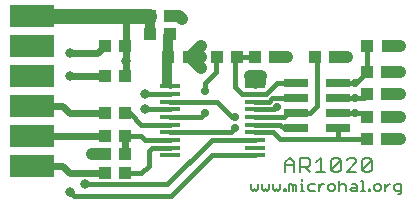
<source format=gtl>
G75*
%MOIN*%
%OFA0B0*%
%FSLAX25Y25*%
%IPPOS*%
%LPD*%
%AMOC8*
5,1,8,0,0,1.08239X$1,22.5*
%
%ADD10C,0.00600*%
%ADD11C,0.00800*%
%ADD12R,0.04134X0.04252*%
%ADD13R,0.03937X0.04331*%
%ADD14R,0.06890X0.01772*%
%ADD15R,0.08071X0.02992*%
%ADD16R,0.15000X0.07600*%
%ADD17C,0.03175*%
%ADD18C,0.04000*%
%ADD19C,0.03200*%
%ADD20C,0.01600*%
%ADD21C,0.05000*%
%ADD22C,0.02400*%
%ADD23C,0.02781*%
D10*
X0093300Y0008917D02*
X0093867Y0008350D01*
X0094434Y0008917D01*
X0095001Y0008350D01*
X0095569Y0008917D01*
X0095569Y0010619D01*
X0096983Y0010619D02*
X0096983Y0008917D01*
X0097550Y0008350D01*
X0098117Y0008917D01*
X0098685Y0008350D01*
X0099252Y0008917D01*
X0099252Y0010619D01*
X0100666Y0010619D02*
X0100666Y0008917D01*
X0101233Y0008350D01*
X0101801Y0008917D01*
X0102368Y0008350D01*
X0102935Y0008917D01*
X0102935Y0010619D01*
X0104349Y0008917D02*
X0104917Y0008917D01*
X0104917Y0008350D01*
X0104349Y0008350D01*
X0104349Y0008917D01*
X0106191Y0008350D02*
X0106191Y0010619D01*
X0106758Y0010619D01*
X0107325Y0010051D01*
X0107892Y0010619D01*
X0108460Y0010051D01*
X0108460Y0008350D01*
X0107325Y0008350D02*
X0107325Y0010051D01*
X0109874Y0010619D02*
X0110441Y0010619D01*
X0110441Y0008350D01*
X0109874Y0008350D02*
X0111008Y0008350D01*
X0112330Y0008917D02*
X0112897Y0008350D01*
X0114598Y0008350D01*
X0116013Y0008350D02*
X0116013Y0010619D01*
X0117147Y0010619D02*
X0117714Y0010619D01*
X0117147Y0010619D02*
X0116013Y0009484D01*
X0114598Y0010619D02*
X0112897Y0010619D01*
X0112330Y0010051D01*
X0112330Y0008917D01*
X0110441Y0011753D02*
X0110441Y0012320D01*
X0119082Y0010051D02*
X0119082Y0008917D01*
X0119649Y0008350D01*
X0120783Y0008350D01*
X0121351Y0008917D01*
X0121351Y0010051D01*
X0120783Y0010619D01*
X0119649Y0010619D01*
X0119082Y0010051D01*
X0122765Y0010051D02*
X0123332Y0010619D01*
X0124467Y0010619D01*
X0125034Y0010051D01*
X0125034Y0008350D01*
X0126448Y0008917D02*
X0127015Y0009484D01*
X0128717Y0009484D01*
X0128717Y0010051D02*
X0128717Y0008350D01*
X0127015Y0008350D01*
X0126448Y0008917D01*
X0128150Y0010619D02*
X0128717Y0010051D01*
X0128150Y0010619D02*
X0127015Y0010619D01*
X0130131Y0011753D02*
X0130699Y0011753D01*
X0130699Y0008350D01*
X0131266Y0008350D02*
X0130131Y0008350D01*
X0132587Y0008350D02*
X0133154Y0008350D01*
X0133154Y0008917D01*
X0132587Y0008917D01*
X0132587Y0008350D01*
X0134428Y0008917D02*
X0134996Y0008350D01*
X0136130Y0008350D01*
X0136697Y0008917D01*
X0136697Y0010051D01*
X0136130Y0010619D01*
X0134996Y0010619D01*
X0134428Y0010051D01*
X0134428Y0008917D01*
X0138112Y0008350D02*
X0138112Y0010619D01*
X0139246Y0010619D02*
X0139813Y0010619D01*
X0139246Y0010619D02*
X0138112Y0009484D01*
X0141181Y0008917D02*
X0141748Y0008350D01*
X0143449Y0008350D01*
X0143449Y0007783D02*
X0143449Y0010619D01*
X0141748Y0010619D01*
X0141181Y0010051D01*
X0141181Y0008917D01*
X0142882Y0007216D02*
X0143449Y0007783D01*
X0142882Y0007216D02*
X0142315Y0007216D01*
X0122765Y0008350D02*
X0122765Y0011753D01*
X0093300Y0010619D02*
X0093300Y0008917D01*
D11*
X0104650Y0014700D02*
X0104650Y0017903D01*
X0106251Y0019504D01*
X0107853Y0017903D01*
X0107853Y0014700D01*
X0109806Y0014700D02*
X0109806Y0019504D01*
X0112208Y0019504D01*
X0113009Y0018703D01*
X0113009Y0017102D01*
X0112208Y0016301D01*
X0109806Y0016301D01*
X0111408Y0016301D02*
X0113009Y0014700D01*
X0114963Y0014700D02*
X0118166Y0014700D01*
X0116564Y0014700D02*
X0116564Y0019504D01*
X0114963Y0017903D01*
X0120119Y0018703D02*
X0120119Y0015501D01*
X0123322Y0018703D01*
X0123322Y0015501D01*
X0122521Y0014700D01*
X0120920Y0014700D01*
X0120119Y0015501D01*
X0120119Y0018703D02*
X0120920Y0019504D01*
X0122521Y0019504D01*
X0123322Y0018703D01*
X0125276Y0018703D02*
X0126076Y0019504D01*
X0127678Y0019504D01*
X0128478Y0018703D01*
X0128478Y0017903D01*
X0125276Y0014700D01*
X0128478Y0014700D01*
X0130432Y0015501D02*
X0133635Y0018703D01*
X0133635Y0015501D01*
X0132834Y0014700D01*
X0131233Y0014700D01*
X0130432Y0015501D01*
X0130432Y0018703D01*
X0131233Y0019504D01*
X0132834Y0019504D01*
X0133635Y0018703D01*
X0107853Y0017102D02*
X0104650Y0017102D01*
D12*
X0101445Y0053050D03*
X0094555Y0053050D03*
X0114555Y0053050D03*
X0121445Y0053050D03*
X0132055Y0056800D03*
X0138945Y0056800D03*
X0072695Y0053050D03*
X0065805Y0053050D03*
X0066445Y0066800D03*
X0059555Y0066800D03*
D13*
X0059654Y0060550D03*
X0066346Y0060550D03*
X0051346Y0056800D03*
X0044654Y0056800D03*
X0044654Y0046800D03*
X0051346Y0046800D03*
X0051346Y0034300D03*
X0044654Y0034300D03*
X0044654Y0026800D03*
X0051346Y0026800D03*
X0051346Y0020550D03*
X0044654Y0020550D03*
X0044654Y0014300D03*
X0051346Y0014300D03*
X0082154Y0053050D03*
X0088846Y0053050D03*
X0132154Y0048050D03*
X0138846Y0048050D03*
X0138846Y0040550D03*
X0132154Y0040550D03*
X0132154Y0033050D03*
X0138846Y0033050D03*
X0138846Y0025550D03*
X0132154Y0025550D03*
D14*
X0094673Y0025402D03*
X0094673Y0022843D03*
X0094673Y0020284D03*
X0094673Y0027961D03*
X0094673Y0030520D03*
X0094673Y0033080D03*
X0094673Y0035639D03*
X0094673Y0038198D03*
X0094673Y0040757D03*
X0094673Y0043316D03*
X0066327Y0043316D03*
X0066327Y0040757D03*
X0066327Y0038198D03*
X0066327Y0035639D03*
X0066327Y0033080D03*
X0066327Y0030520D03*
X0066327Y0027961D03*
X0066327Y0025402D03*
X0066327Y0022843D03*
X0066327Y0020284D03*
D15*
X0108492Y0029300D03*
X0108492Y0034300D03*
X0108492Y0039300D03*
X0108492Y0044300D03*
X0122508Y0044300D03*
X0122508Y0039300D03*
X0122508Y0034300D03*
X0122508Y0029300D03*
D16*
X0020500Y0026800D03*
X0020500Y0016800D03*
X0020500Y0036800D03*
X0020500Y0046800D03*
X0020500Y0056800D03*
X0020500Y0066800D03*
D17*
X0033000Y0008050D03*
X0038000Y0010550D03*
X0040500Y0020550D03*
X0058000Y0035550D03*
X0058000Y0040550D03*
X0076750Y0049300D03*
X0076750Y0053050D03*
X0076750Y0056800D03*
X0070500Y0065550D03*
X0051750Y0051800D03*
X0033000Y0054300D03*
X0033000Y0046800D03*
X0093000Y0046800D03*
X0096750Y0046800D03*
X0105500Y0053050D03*
X0125500Y0053050D03*
X0143000Y0056800D03*
X0143000Y0048050D03*
X0143000Y0040550D03*
X0143000Y0033050D03*
X0143000Y0025550D03*
D18*
X0138846Y0025550D01*
X0138846Y0033050D02*
X0143000Y0033050D01*
X0143000Y0040550D02*
X0138846Y0040550D01*
X0138846Y0048050D02*
X0143000Y0048050D01*
X0125500Y0053050D02*
X0121445Y0053050D01*
X0105500Y0053050D02*
X0101445Y0053050D01*
X0096750Y0046800D02*
X0093000Y0046800D01*
X0076750Y0049300D02*
X0073000Y0053050D01*
X0076750Y0056800D01*
X0076750Y0053050D02*
X0073000Y0053050D01*
X0072695Y0053050D01*
X0070500Y0065550D02*
X0069250Y0066800D01*
X0066445Y0066800D01*
X0059555Y0066800D02*
X0059250Y0066800D01*
X0138945Y0056800D02*
X0143000Y0056800D01*
X0044654Y0020550D02*
X0040500Y0020550D01*
D19*
X0065500Y0044300D02*
X0065500Y0052745D01*
X0065805Y0053050D01*
X0065805Y0060009D01*
X0066346Y0060550D01*
X0059654Y0060550D02*
X0059654Y0066702D01*
X0059555Y0066800D01*
X0093000Y0046800D02*
X0093000Y0044300D01*
X0096750Y0044300D01*
X0096750Y0046800D01*
D20*
X0093000Y0046800D02*
X0093000Y0044989D01*
X0094673Y0043316D01*
X0094673Y0040757D02*
X0090293Y0040757D01*
X0088000Y0043050D01*
X0088000Y0052204D01*
X0088846Y0053050D01*
X0094555Y0053050D01*
X0082154Y0053050D02*
X0081750Y0052646D01*
X0081750Y0048050D01*
X0078000Y0044300D01*
X0078000Y0041800D01*
X0081898Y0038198D02*
X0087045Y0033050D01*
X0088000Y0033050D01*
X0088000Y0029300D02*
X0086661Y0027961D01*
X0066327Y0027961D01*
X0066327Y0025402D02*
X0058148Y0025402D01*
X0056750Y0026800D01*
X0051346Y0026800D01*
X0056780Y0030520D02*
X0053000Y0034300D01*
X0051346Y0034300D01*
X0056780Y0030520D02*
X0066327Y0030520D01*
X0066327Y0033080D02*
X0076780Y0033080D01*
X0078000Y0034300D01*
X0081898Y0038198D02*
X0066327Y0038198D01*
X0066327Y0035639D02*
X0059161Y0035639D01*
X0058000Y0035550D01*
X0058000Y0040550D02*
X0058207Y0040757D01*
X0066327Y0040757D01*
X0066327Y0043316D02*
X0066327Y0043473D01*
X0065500Y0044300D01*
X0094673Y0040757D02*
X0098507Y0040757D01*
X0102050Y0044300D01*
X0108492Y0044300D01*
X0108305Y0044487D01*
X0108492Y0039300D02*
X0100500Y0039300D01*
X0099398Y0038198D01*
X0094673Y0038198D01*
X0094673Y0035639D02*
X0101161Y0035639D01*
X0102150Y0036250D01*
X0104530Y0033080D02*
X0105750Y0034300D01*
X0108492Y0034300D01*
X0113000Y0034300D01*
X0115500Y0036800D01*
X0115500Y0052105D01*
X0114555Y0053050D01*
X0128404Y0044300D02*
X0132154Y0048050D01*
X0132154Y0056702D01*
X0132055Y0056800D01*
X0128404Y0044300D02*
X0128000Y0044300D01*
X0122508Y0044300D01*
X0122508Y0044792D01*
X0130904Y0039300D02*
X0132154Y0040550D01*
X0130904Y0039300D02*
X0128000Y0039300D01*
X0122508Y0039300D01*
X0122508Y0034300D02*
X0128000Y0034300D01*
X0130904Y0034300D01*
X0132154Y0033050D01*
X0122508Y0029300D02*
X0122508Y0026042D01*
X0123000Y0025550D01*
X0132154Y0025550D01*
X0123000Y0025550D02*
X0103000Y0025550D01*
X0100589Y0027961D01*
X0094673Y0027961D01*
X0094673Y0025402D02*
X0080352Y0025402D01*
X0065500Y0010550D01*
X0038000Y0010550D01*
X0034250Y0006800D02*
X0033000Y0008050D01*
X0034250Y0006800D02*
X0066750Y0006800D01*
X0080234Y0020284D01*
X0094673Y0020284D01*
X0104250Y0029300D02*
X0108492Y0029300D01*
X0104250Y0029300D02*
X0103030Y0030520D01*
X0094673Y0030520D01*
X0094673Y0033080D02*
X0104530Y0033080D01*
X0119250Y0029300D02*
X0122508Y0029300D01*
X0066327Y0022843D02*
X0060293Y0022843D01*
X0059250Y0021800D01*
X0059250Y0016800D01*
X0056750Y0014300D01*
X0051346Y0014300D01*
D21*
X0059250Y0066800D02*
X0020500Y0066800D01*
D22*
X0044654Y0065954D02*
X0051631Y0066358D01*
X0051631Y0056516D01*
X0051750Y0056396D01*
X0051750Y0051800D01*
X0051750Y0047204D01*
X0051346Y0046800D01*
X0044654Y0046800D02*
X0033000Y0046800D01*
X0033000Y0054300D02*
X0042154Y0054300D01*
X0044654Y0056800D01*
X0051346Y0056800D02*
X0051631Y0056516D01*
X0051631Y0066358D02*
X0059250Y0066800D01*
X0030500Y0036800D02*
X0020500Y0036800D01*
X0030500Y0036800D02*
X0033000Y0034300D01*
X0044654Y0034300D01*
X0044654Y0026800D02*
X0020500Y0026800D01*
X0020500Y0016800D02*
X0030500Y0016800D01*
X0033000Y0014300D01*
X0044654Y0014300D01*
X0051346Y0020550D02*
X0051346Y0026800D01*
D23*
X0078000Y0034300D03*
X0088000Y0033050D03*
X0088000Y0029300D03*
X0102150Y0036250D03*
X0078000Y0041800D03*
X0128000Y0039300D03*
X0128000Y0034300D03*
X0128000Y0044300D03*
M02*

</source>
